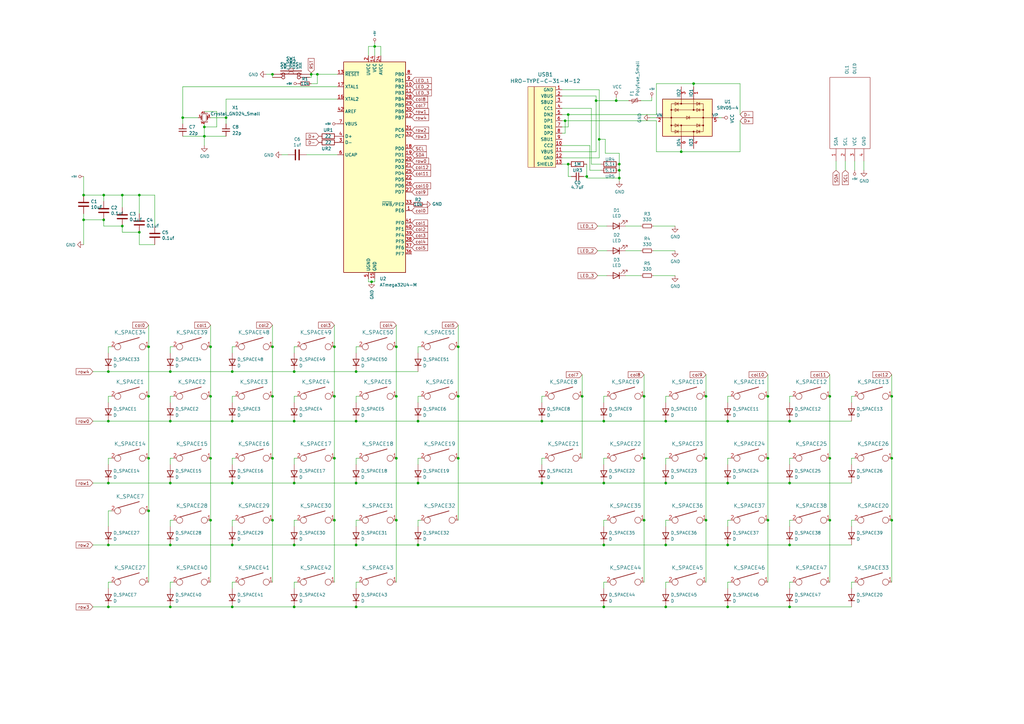
<source format=kicad_sch>
(kicad_sch (version 20211123) (generator eeschema)
  (paper "A3")
  (junction (at 86.36 213.36))
  (junction (at 231.775 49.53))
  (junction (at 146.05 248.92))
  (junction (at 162.56 187.96))
  (junction (at 244.475 41.275))
  (junction (at 137.16 162.56))
  (junction (at 34.29 80.01))
  (junction (at 60.96 142.24))
  (junction (at 254 67.31))
  (junction (at 95.25 223.52))
  (junction (at 111.76 30.48))
  (junction (at 152.4 115.57))
  (junction (at 247.65 223.52))
  (junction (at 365.76 213.36))
  (junction (at 171.45 198.12))
  (junction (at 323.85 223.52))
  (junction (at 120.65 198.12))
  (junction (at 127.635 30.48))
  (junction (at 69.85 152.4))
  (junction (at 323.85 248.92))
  (junction (at 60.96 187.96))
  (junction (at 69.85 223.52))
  (junction (at 314.96 213.36))
  (junction (at 146.05 223.52))
  (junction (at 187.96 162.56))
  (junction (at 273.05 223.52))
  (junction (at 111.76 162.56))
  (junction (at 50.165 80.01))
  (junction (at 42.545 80.01))
  (junction (at 69.85 172.72))
  (junction (at 137.16 142.24))
  (junction (at 298.45 172.72))
  (junction (at 95.25 172.72))
  (junction (at 187.96 187.96))
  (junction (at 120.65 152.4))
  (junction (at 44.45 223.52))
  (junction (at 298.45 223.52))
  (junction (at 44.45 198.12))
  (junction (at 95.25 152.4))
  (junction (at 247.65 172.72))
  (junction (at 298.45 248.92))
  (junction (at 153.67 19.05))
  (junction (at 44.45 172.72))
  (junction (at 137.16 187.96))
  (junction (at 83.82 55.88))
  (junction (at 137.16 213.36))
  (junction (at 365.76 187.96))
  (junction (at 323.85 172.72))
  (junction (at 120.65 223.52))
  (junction (at 222.25 172.72))
  (junction (at 365.76 162.56))
  (junction (at 273.05 248.92))
  (junction (at 233.045 67.31))
  (junction (at 57.15 95.25))
  (junction (at 42.545 90.17))
  (junction (at 240.665 72.39))
  (junction (at 95.25 248.92))
  (junction (at 273.05 198.12))
  (junction (at 187.96 142.24))
  (junction (at 74.93 48.26))
  (junction (at 284.48 34.29))
  (junction (at 130.175 30.48))
  (junction (at 254 73.025))
  (junction (at 340.36 187.96))
  (junction (at 111.76 142.24))
  (junction (at 57.15 80.01))
  (junction (at 298.45 198.12))
  (junction (at 279.4 62.23))
  (junction (at 120.65 172.72))
  (junction (at 289.56 213.36))
  (junction (at 146.05 152.4))
  (junction (at 171.45 223.52))
  (junction (at 86.36 187.96))
  (junction (at 254 69.85))
  (junction (at 120.65 248.92))
  (junction (at 50.165 92.71))
  (junction (at 245.745 57.15))
  (junction (at 162.56 142.24))
  (junction (at 95.25 198.12))
  (junction (at 34.29 90.17))
  (junction (at 69.85 198.12))
  (junction (at 86.36 142.24))
  (junction (at 247.65 198.12))
  (junction (at 314.96 162.56))
  (junction (at 289.56 162.56))
  (junction (at 60.96 162.56))
  (junction (at 238.76 162.56))
  (junction (at 273.05 172.72))
  (junction (at 247.65 248.92))
  (junction (at 44.45 152.4))
  (junction (at 111.76 213.36))
  (junction (at 289.56 187.96))
  (junction (at 171.45 172.72))
  (junction (at 162.56 162.56))
  (junction (at 146.05 172.72))
  (junction (at 111.76 187.96))
  (junction (at 314.96 187.96))
  (junction (at 146.05 198.12))
  (junction (at 264.16 187.96))
  (junction (at 340.36 213.36))
  (junction (at 264.16 162.56))
  (junction (at 83.82 52.07))
  (junction (at 252.73 41.275))
  (junction (at 60.96 209.55))
  (junction (at 92.71 48.26))
  (junction (at 323.85 198.12))
  (junction (at 69.85 248.92))
  (junction (at 86.36 162.56))
  (junction (at 44.45 248.92))
  (junction (at 340.36 162.56))
  (junction (at 162.56 213.36))
  (junction (at 264.16 213.36))
  (junction (at 233.045 46.99))
  (junction (at 222.25 198.12))
  (wire (pts (xy 83.82 55.88) (xy 92.71 55.88)))
  (wire (pts (xy 60.96 187.96) (xy 60.96 209.55)))
  (wire (pts (xy 289.56 187.96) (xy 289.56 162.56)))
  (wire (pts (xy 92.71 50.8) (xy 92.71 48.26)))
  (wire (pts (xy 146.05 198.12) (xy 171.45 198.12)))
  (wire (pts (xy 92.71 48.26) (xy 92.71 40.64)))
  (wire (pts (xy 269.24 34.29) (xy 269.24 46.99)))
  (wire (pts (xy 120.65 213.36) (xy 120.65 215.9)))
  (wire (pts (xy 230.505 46.99) (xy 233.045 46.99)))
  (wire (pts (xy 71.12 187.96) (xy 69.85 187.96)))
  (wire (pts (xy 95.25 198.12) (xy 120.65 198.12)))
  (wire (pts (xy 151.13 22.86) (xy 151.13 19.05)))
  (wire (pts (xy 42.545 82.55) (xy 42.545 80.01)))
  (wire (pts (xy 38.1 172.72) (xy 44.45 172.72)))
  (wire (pts (xy 120.65 152.4) (xy 146.05 152.4)))
  (wire (pts (xy 298.45 187.96) (xy 298.45 190.5)))
  (wire (pts (xy 69.85 187.96) (xy 69.85 190.5)))
  (wire (pts (xy 34.29 87.63) (xy 34.29 90.17)))
  (wire (pts (xy 83.82 50.8) (xy 83.82 52.07)))
  (wire (pts (xy 239.395 72.39) (xy 240.665 72.39)))
  (wire (pts (xy 254 69.85) (xy 254 67.31)))
  (wire (pts (xy 111.76 213.36) (xy 111.76 238.76)))
  (wire (pts (xy 314.96 153.67) (xy 314.96 162.56)))
  (wire (pts (xy 323.85 238.76) (xy 323.85 241.3)))
  (wire (pts (xy 262.89 41.275) (xy 267.335 41.275)))
  (wire (pts (xy 147.32 213.36) (xy 146.05 213.36)))
  (wire (pts (xy 120.65 162.56) (xy 120.65 165.1)))
  (wire (pts (xy 111.76 30.48) (xy 109.22 30.48)))
  (wire (pts (xy 60.96 142.24) (xy 60.96 162.56)))
  (wire (pts (xy 69.85 152.4) (xy 95.25 152.4)))
  (wire (pts (xy 171.45 142.24) (xy 171.45 144.78)))
  (wire (pts (xy 172.72 162.56) (xy 171.45 162.56)))
  (wire (pts (xy 95.25 142.24) (xy 95.25 144.78)))
  (wire (pts (xy 267.335 41.275) (xy 267.335 40.005)))
  (wire (pts (xy 71.12 162.56) (xy 69.85 162.56)))
  (wire (pts (xy 241.935 69.85) (xy 241.935 59.69)))
  (wire (pts (xy 63.5 100.33) (xy 57.15 100.33)))
  (wire (pts (xy 121.92 162.56) (xy 120.65 162.56)))
  (wire (pts (xy 121.92 238.76) (xy 120.65 238.76)))
  (wire (pts (xy 274.32 213.36) (xy 273.05 213.36)))
  (wire (pts (xy 44.45 223.52) (xy 69.85 223.52)))
  (wire (pts (xy 45.72 209.55) (xy 44.45 209.55)))
  (wire (pts (xy 171.45 213.36) (xy 171.45 215.9)))
  (wire (pts (xy 137.16 213.36) (xy 137.16 187.96)))
  (wire (pts (xy 230.505 39.37) (xy 244.475 39.37)))
  (wire (pts (xy 264.16 187.96) (xy 264.16 213.36)))
  (wire (pts (xy 244.475 41.275) (xy 244.475 62.23)))
  (wire (pts (xy 233.045 52.07) (xy 233.045 46.99)))
  (wire (pts (xy 187.96 213.36) (xy 187.96 187.96)))
  (wire (pts (xy 299.72 213.36) (xy 298.45 213.36)))
  (wire (pts (xy 248.92 238.76) (xy 247.65 238.76)))
  (wire (pts (xy 83.82 45.72) (xy 88.9 45.72)))
  (wire (pts (xy 96.52 213.36) (xy 95.25 213.36)))
  (wire (pts (xy 273.05 162.56) (xy 273.05 165.1)))
  (wire (pts (xy 187.96 142.24) (xy 187.96 162.56)))
  (wire (pts (xy 127.635 30.48) (xy 127 30.48)))
  (wire (pts (xy 222.25 162.56) (xy 222.25 165.1)))
  (wire (pts (xy 120.65 238.76) (xy 120.65 241.3)))
  (wire (pts (xy 57.15 87.63) (xy 57.15 80.01)))
  (wire (pts (xy 44.45 142.24) (xy 44.45 144.78)))
  (wire (pts (xy 240.665 72.39) (xy 240.665 67.31)))
  (wire (pts (xy 298.45 162.56) (xy 298.45 165.1)))
  (wire (pts (xy 38.1 198.12) (xy 44.45 198.12)))
  (wire (pts (xy 95.25 238.76) (xy 95.25 241.3)))
  (wire (pts (xy 153.67 19.05) (xy 153.67 22.86)))
  (wire (pts (xy 274.32 187.96) (xy 273.05 187.96)))
  (wire (pts (xy 111.76 187.96) (xy 111.76 162.56)))
  (wire (pts (xy 323.85 162.56) (xy 323.85 165.1)))
  (wire (pts (xy 244.475 39.37) (xy 244.475 41.275)))
  (wire (pts (xy 245.745 57.15) (xy 245.745 36.83)))
  (wire (pts (xy 233.045 67.31) (xy 233.045 72.39)))
  (wire (pts (xy 248.285 57.15) (xy 248.285 62.865)))
  (wire (pts (xy 349.25 162.56) (xy 349.25 165.1)))
  (wire (pts (xy 222.25 187.96) (xy 222.25 190.5)))
  (wire (pts (xy 83.82 52.07) (xy 83.82 55.88)))
  (wire (pts (xy 346.71 69.85) (xy 346.71 66.04)))
  (wire (pts (xy 151.13 114.3) (xy 151.13 115.57)))
  (wire (pts (xy 273.05 172.72) (xy 298.45 172.72)))
  (wire (pts (xy 127 31.75) (xy 127.635 31.75)))
  (wire (pts (xy 137.16 213.36) (xy 137.16 238.76)))
  (wire (pts (xy 323.85 223.52) (xy 349.25 223.52)))
  (wire (pts (xy 273.05 198.12) (xy 298.45 198.12)))
  (wire (pts (xy 151.13 115.57) (xy 152.4 115.57)))
  (wire (pts (xy 74.93 35.56) (xy 74.93 48.26)))
  (wire (pts (xy 365.76 213.36) (xy 365.76 238.76)))
  (wire (pts (xy 130.175 34.29) (xy 127.635 34.29)))
  (wire (pts (xy 69.85 238.76) (xy 69.85 241.3)))
  (wire (pts (xy 45.72 142.24) (xy 44.45 142.24)))
  (wire (pts (xy 299.72 187.96) (xy 298.45 187.96)))
  (wire (pts (xy 246.38 69.85) (xy 241.935 69.85)))
  (wire (pts (xy 146.05 248.92) (xy 247.65 248.92)))
  (wire (pts (xy 223.52 162.56) (xy 222.25 162.56)))
  (wire (pts (xy 222.25 198.12) (xy 247.65 198.12)))
  (wire (pts (xy 350.52 238.76) (xy 349.25 238.76)))
  (wire (pts (xy 350.52 213.36) (xy 349.25 213.36)))
  (wire (pts (xy 86.36 213.36) (xy 86.36 187.96)))
  (wire (pts (xy 284.48 34.29) (xy 303.53 34.29)))
  (wire (pts (xy 121.92 213.36) (xy 120.65 213.36)))
  (wire (pts (xy 60.96 133.35) (xy 60.96 142.24)))
  (wire (pts (xy 247.65 198.12) (xy 273.05 198.12)))
  (wire (pts (xy 34.29 90.17) (xy 34.29 100.33)))
  (wire (pts (xy 325.12 162.56) (xy 323.85 162.56)))
  (wire (pts (xy 95.25 152.4) (xy 120.65 152.4)))
  (wire (pts (xy 111.76 213.36) (xy 111.76 187.96)))
  (wire (pts (xy 171.45 187.96) (xy 171.45 190.5)))
  (wire (pts (xy 86.36 142.24) (xy 86.36 162.56)))
  (wire (pts (xy 314.96 213.36) (xy 314.96 238.76)))
  (wire (pts (xy 279.4 60.96) (xy 279.4 62.23)))
  (wire (pts (xy 233.045 72.39) (xy 234.315 72.39)))
  (wire (pts (xy 127.635 31.75) (xy 127.635 30.48)))
  (wire (pts (xy 147.32 238.76) (xy 146.05 238.76)))
  (wire (pts (xy 146.05 213.36) (xy 146.05 215.9)))
  (wire (pts (xy 273.05 187.96) (xy 273.05 190.5)))
  (wire (pts (xy 241.935 59.69) (xy 230.505 59.69)))
  (wire (pts (xy 354.33 69.85) (xy 354.33 66.04)))
  (wire (pts (xy 222.25 172.72) (xy 247.65 172.72)))
  (wire (pts (xy 340.36 213.36) (xy 340.36 238.76)))
  (wire (pts (xy 44.45 187.96) (xy 44.45 190.5)))
  (wire (pts (xy 69.85 172.72) (xy 95.25 172.72)))
  (wire (pts (xy 240.665 73.025) (xy 254 73.025)))
  (wire (pts (xy 38.1 223.52) (xy 44.45 223.52)))
  (wire (pts (xy 242.57 44.45) (xy 230.505 44.45)))
  (wire (pts (xy 231.775 49.53) (xy 269.24 49.53)))
  (wire (pts (xy 256.54 102.87) (xy 262.89 102.87)))
  (wire (pts (xy 146.05 238.76) (xy 146.05 241.3)))
  (wire (pts (xy 127.635 29.845) (xy 127.635 30.48)))
  (wire (pts (xy 252.73 40.005) (xy 252.73 41.275)))
  (wire (pts (xy 96.52 142.24) (xy 95.25 142.24)))
  (wire (pts (xy 95.25 172.72) (xy 120.65 172.72)))
  (wire (pts (xy 264.16 187.96) (xy 264.16 162.56)))
  (wire (pts (xy 350.52 69.85) (xy 350.52 66.04)))
  (wire (pts (xy 86.36 48.26) (xy 92.71 48.26)))
  (wire (pts (xy 74.93 50.8) (xy 74.93 48.26)))
  (wire (pts (xy 130.175 30.48) (xy 130.175 34.29)))
  (wire (pts (xy 69.85 198.12) (xy 95.25 198.12)))
  (wire (pts (xy 264.16 213.36) (xy 264.16 238.76)))
  (wire (pts (xy 96.52 187.96) (xy 95.25 187.96)))
  (wire (pts (xy 172.72 142.24) (xy 171.45 142.24)))
  (wire (pts (xy 69.85 213.36) (xy 69.85 215.9)))
  (wire (pts (xy 71.12 238.76) (xy 69.85 238.76)))
  (wire (pts (xy 138.43 35.56) (xy 74.93 35.56)))
  (wire (pts (xy 223.52 187.96) (xy 222.25 187.96)))
  (wire (pts (xy 233.045 46.99) (xy 269.24 46.99)))
  (wire (pts (xy 323.85 213.36) (xy 323.85 215.9)))
  (wire (pts (xy 244.475 62.23) (xy 230.505 62.23)))
  (wire (pts (xy 248.285 57.15) (xy 245.745 57.15)))
  (wire (pts (xy 147.32 187.96) (xy 146.05 187.96)))
  (wire (pts (xy 245.11 102.87) (xy 248.92 102.87)))
  (wire (pts (xy 248.285 62.865) (xy 254 62.865)))
  (wire (pts (xy 69.85 142.24) (xy 69.85 144.78)))
  (wire (pts (xy 146.05 142.24) (xy 146.05 144.78)))
  (wire (pts (xy 325.12 238.76) (xy 323.85 238.76)))
  (wire (pts (xy 146.05 162.56) (xy 146.05 165.1)))
  (wire (pts (xy 350.52 187.96) (xy 349.25 187.96)))
  (wire (pts (xy 247.65 238.76) (xy 247.65 241.3)))
  (wire (pts (xy 289.56 213.36) (xy 289.56 187.96)))
  (wire (pts (xy 349.25 213.36) (xy 349.25 215.9)))
  (wire (pts (xy 248.92 162.56) (xy 247.65 162.56)))
  (wire (pts (xy 69.85 162.56) (xy 69.85 165.1)))
  (wire (pts (xy 269.24 49.53) (xy 269.24 62.23)))
  (wire (pts (xy 289.56 153.67) (xy 289.56 162.56)))
  (wire (pts (xy 137.16 142.24) (xy 137.16 162.56)))
  (wire (pts (xy 294.64 48.26) (xy 295.91 48.26)))
  (wire (pts (xy 156.21 19.05) (xy 153.67 19.05)))
  (wire (pts (xy 230.505 67.31) (xy 233.045 67.31)))
  (wire (pts (xy 274.32 162.56) (xy 273.05 162.56)))
  (wire (pts (xy 86.36 213.36) (xy 86.36 238.76)))
  (wire (pts (xy 303.53 34.29) (xy 303.53 46.99)))
  (wire (pts (xy 44.45 162.56) (xy 44.45 165.1)))
  (wire (pts (xy 115.57 63.5) (xy 118.11 63.5)))
  (wire (pts (xy 267.97 113.03) (xy 276.86 113.03)))
  (wire (pts (xy 44.45 198.12) (xy 69.85 198.12)))
  (wire (pts (xy 63.5 92.71) (xy 63.5 80.01)))
  (wire (pts (xy 245.745 64.77) (xy 230.505 64.77)))
  (wire (pts (xy 86.36 187.96) (xy 86.36 162.56)))
  (wire (pts (xy 247.65 172.72) (xy 273.05 172.72)))
  (wire (pts (xy 147.32 142.24) (xy 146.05 142.24)))
  (wire (pts (xy 45.72 238.76) (xy 44.45 238.76)))
  (wire (pts (xy 279.4 62.23) (xy 303.53 62.23)))
  (wire (pts (xy 111.76 30.48) (xy 111.76 31.75)))
  (wire (pts (xy 120.65 223.52) (xy 146.05 223.52)))
  (wire (pts (xy 74.93 48.26) (xy 81.28 48.26)))
  (wire (pts (xy 71.12 213.36) (xy 69.85 213.36)))
  (wire (pts (xy 147.32 162.56) (xy 146.05 162.56)))
  (wire (pts (xy 238.76 187.96) (xy 238.76 162.56)))
  (wire (pts (xy 121.92 142.24) (xy 120.65 142.24)))
  (wire (pts (xy 127.635 30.48) (xy 130.175 30.48)))
  (wire (pts (xy 121.92 187.96) (xy 120.65 187.96)))
  (wire (pts (xy 240.665 72.39) (xy 240.665 73.025)))
  (wire (pts (xy 246.38 67.31) (xy 242.57 67.31)))
  (wire (pts (xy 44.45 172.72) (xy 69.85 172.72)))
  (wire (pts (xy 298.45 238.76) (xy 298.45 241.3)))
  (wire (pts (xy 96.52 238.76) (xy 95.25 238.76)))
  (wire (pts (xy 247.65 213.36) (xy 247.65 215.9)))
  (wire (pts (xy 365.76 153.67) (xy 365.76 162.56)))
  (wire (pts (xy 57.15 95.25) (xy 50.165 95.25)))
  (wire (pts (xy 299.72 162.56) (xy 298.45 162.56)))
  (wire (pts (xy 244.475 41.275) (xy 252.73 41.275)))
  (wire (pts (xy 95.25 248.92) (xy 120.65 248.92)))
  (wire (pts (xy 57.15 80.01) (xy 63.5 80.01)))
  (wire (pts (xy 252.73 41.275) (xy 257.81 41.275)))
  (wire (pts (xy 256.54 92.71) (xy 262.89 92.71)))
  (wire (pts (xy 298.45 198.12) (xy 323.85 198.12)))
  (wire (pts (xy 289.56 213.36) (xy 289.56 238.76)))
  (wire (pts (xy 146.05 187.96) (xy 146.05 190.5)))
  (wire (pts (xy 230.505 36.83) (xy 245.745 36.83)))
  (wire (pts (xy 323.85 187.96) (xy 323.85 190.5)))
  (wire (pts (xy 266.7 48.26) (xy 269.24 48.26)))
  (wire (pts (xy 349.25 187.96) (xy 349.25 190.5)))
  (wire (pts (xy 146.05 223.52) (xy 171.45 223.52)))
  (wire (pts (xy 153.67 115.57) (xy 152.4 115.57)))
  (wire (pts (xy 146.05 172.72) (xy 171.45 172.72)))
  (wire (pts (xy 299.72 238.76) (xy 298.45 238.76)))
  (wire (pts (xy 153.67 17.78) (xy 153.67 19.05)))
  (wire (pts (xy 273.05 223.52) (xy 298.45 223.52)))
  (wire (pts (xy 50.165 95.25) (xy 50.165 92.71)))
  (wire (pts (xy 45.72 162.56) (xy 44.45 162.56)))
  (wire (pts (xy 273.05 248.92) (xy 298.45 248.92)))
  (wire (pts (xy 95.25 223.52) (xy 120.65 223.52)))
  (wire (pts (xy 125.73 63.5) (xy 138.43 63.5)))
  (wire (pts (xy 273.05 238.76) (xy 273.05 241.3)))
  (wire (pts (xy 230.505 49.53) (xy 231.775 49.53)))
  (wire (pts (xy 323.85 198.12) (xy 349.25 198.12)))
  (wire (pts (xy 247.65 187.96) (xy 247.65 190.5)))
  (wire (pts (xy 314.96 213.36) (xy 314.96 187.96)))
  (wire (pts (xy 44.45 209.55) (xy 44.45 215.9)))
  (wire (pts (xy 273.05 213.36) (xy 273.05 215.9)))
  (wire (pts (xy 156.21 22.86) (xy 156.21 19.05)))
  (wire (pts (xy 298.45 172.72) (xy 323.85 172.72)))
  (wire (pts (xy 120.65 142.24) (xy 120.65 144.78)))
  (wire (pts (xy 254 73.025) (xy 254 74.295)))
  (wire (pts (xy 365.76 213.36) (xy 365.76 187.96)))
  (wire (pts (xy 187.96 133.35) (xy 187.96 142.24)))
  (wire (pts (xy 151.13 19.05) (xy 153.67 19.05)))
  (wire (pts (xy 69.85 223.52) (xy 95.25 223.52)))
  (wire (pts (xy 44.45 248.92) (xy 69.85 248.92)))
  (wire (pts (xy 153.67 114.3) (xy 153.67 115.57)))
  (wire (pts (xy 96.52 162.56) (xy 95.25 162.56)))
  (wire (pts (xy 162.56 187.96) (xy 162.56 162.56)))
  (wire (pts (xy 342.9 69.85) (xy 342.9 66.04)))
  (wire (pts (xy 254 62.865) (xy 254 67.31)))
  (wire (pts (xy 247.65 248.92) (xy 273.05 248.92)))
  (wire (pts (xy 92.71 40.64) (xy 138.43 40.64)))
  (wire (pts (xy 86.36 133.35) (xy 86.36 142.24)))
  (wire (pts (xy 267.97 92.71) (xy 276.86 92.71)))
  (wire (pts (xy 111.76 133.35) (xy 111.76 142.24)))
  (wire (pts (xy 323.85 248.92) (xy 349.25 248.92)))
  (wire (pts (xy 137.16 133.35) (xy 137.16 142.24)))
  (wire (pts (xy 45.72 187.96) (xy 44.45 187.96)))
  (wire (pts (xy 60.96 187.96) (xy 60.96 162.56)))
  (wire (pts (xy 34.29 80.01) (xy 34.29 72.39)))
  (wire (pts (xy 298.45 213.36) (xy 298.45 215.9)))
  (wire (pts (xy 267.97 102.87) (xy 276.86 102.87)))
  (wire (pts (xy 172.72 213.36) (xy 171.45 213.36)))
  (wire (pts (xy 187.96 187.96) (xy 187.96 162.56)))
  (wire (pts (xy 44.45 238.76) (xy 44.45 241.3)))
  (wire (pts (xy 60.96 209.55) (xy 60.96 238.76)))
  (wire (pts (xy 245.11 113.03) (xy 248.92 113.03)))
  (wire (pts (xy 314.96 187.96) (xy 314.96 162.56)))
  (wire (pts (xy 171.45 223.52) (xy 247.65 223.52)))
  (wire (pts (xy 269.24 34.29) (xy 284.48 34.29)))
  (wire (pts (xy 256.54 113.03) (xy 262.89 113.03)))
  (wire (pts (xy 137.16 187.96) (xy 137.16 162.56)))
  (wire (pts (xy 230.505 54.61) (xy 231.775 54.61)))
  (wire (pts (xy 248.92 187.96) (xy 247.65 187.96)))
  (wire (pts (xy 245.745 64.77) (xy 245.745 57.15)))
  (wire (pts (xy 50.165 85.09) (xy 50.165 80.01)))
  (wire (pts (xy 245.11 92.71) (xy 248.92 92.71)))
  (wire (pts (xy 340.36 187.96) (xy 340.36 162.56)))
  (wire (pts (xy 274.32 238.76) (xy 273.05 238.76)))
  (wire (pts (xy 162.56 213.36) (xy 162.56 238.76)))
  (wire (pts (xy 323.85 172.72) (xy 349.25 172.72)))
  (wire (pts (xy 231.775 54.61) (xy 231.775 49.53)))
  (wire (pts (xy 350.52 162.56) (xy 349.25 162.56)))
  (wire (pts (xy 248.92 213.36) (xy 247.65 213.36)))
  (wire (pts (xy 74.93 55.88) (xy 83.82 55.88)))
  (wire (pts (xy 95.25 213.36) (xy 95.25 215.9)))
  (wire (pts (xy 171.45 172.72) (xy 222.25 172.72)))
  (wire (pts (xy 83.82 55.88) (xy 83.82 59.69)))
  (wire (pts (xy 44.45 152.4) (xy 69.85 152.4)))
  (wire (pts (xy 38.1 248.92) (xy 44.45 248.92)))
  (wire (pts (xy 111.76 142.24) (xy 111.76 162.56)))
  (wire (pts (xy 95.25 187.96) (xy 95.25 190.5)))
  (wire (pts (xy 42.545 92.71) (xy 50.165 92.71)))
  (wire (pts (xy 264.16 153.67) (xy 264.16 162.56)))
  (wire (pts (xy 303.53 49.53) (xy 303.53 62.23)))
  (wire (pts (xy 349.25 238.76) (xy 349.25 241.3)))
  (wire (pts (xy 340.36 153.67) (xy 340.36 162.56)))
  (wire (pts (xy 146.05 152.4) (xy 171.45 152.4)))
  (wire (pts (xy 88.9 52.07) (xy 83.82 52.07)))
  (wire (pts (xy 38.1 152.4) (xy 44.45 152.4)))
  (wire (pts (xy 247.65 162.56) (xy 247.65 165.1)))
  (wire (pts (xy 50.165 80.01) (xy 57.15 80.01)))
  (wire (pts (xy 269.24 62.23) (xy 279.4 62.23)))
  (wire (pts (xy 120.65 198.12) (xy 146.05 198.12)))
  (wire (pts (xy 69.85 248.92) (xy 95.25 248.92)))
  (wire (pts (xy 298.45 223.52) (xy 323.85 223.52)))
  (wire (pts (xy 230.505 52.07) (xy 233.045 52.07)))
  (wire (pts (xy 42.545 80.01) (xy 50.165 80.01)))
  (wire (pts (xy 254 69.85) (xy 254 73.025)))
  (wire (pts (xy 340.36 213.36) (xy 340.36 187.96)))
  (wire (pts (xy 120.65 187.96) (xy 120.65 190.5)))
  (wire (pts (xy 120.65 172.72) (xy 146.05 172.72)))
  (wire (pts (xy 120.65 248.92) (xy 146.05 248.92)))
  (wire (pts (xy 238.76 153.67) (xy 238.76 162.56)))
  (wire (pts (xy 57.15 100.33) (xy 57.15 95.25)))
  (wire (pts (xy 325.12 213.36) (xy 323.85 213.36)))
  (wire (pts (xy 71.12 142.24) (xy 69.85 142.24)))
  (wire (pts (xy 88.9 45.72) (xy 88.9 52.07)))
  (wire (pts (xy 162.56 133.35) (xy 162.56 142.24)))
  (wire (pts (xy 95.25 162.56) (xy 95.25 165.1)))
  (wire (pts (xy 247.65 223.52) (xy 273.05 223.52)))
  (wire (pts (xy 42.545 90.17) (xy 42.545 92.71)))
  (wire (pts (xy 34.29 80.01) (xy 42.545 80.01)))
  (wire (pts (xy 171.45 198.12) (xy 222.25 198.12)))
  (wire (pts (xy 284.48 34.29) (xy 284.48 35.56)))
  (wire (pts (xy 298.45 248.92) (xy 323.85 248.92)))
  (wire (pts (xy 130.175 30.48) (xy 138.43 30.48)))
  (wire (pts (xy 171.45 162.56) (xy 171.45 165.1)))
  (wire (pts (xy 172.72 187.96) (xy 171.45 187.96)))
  (wire (pts (xy 162.56 213.36) (xy 162.56 187.96)))
  (wire (pts (xy 365.76 187.96) (xy 365.76 162.56)))
  (wire (pts (xy 242.57 67.31) (xy 242.57 44.45)))
  (wire (pts (xy 162.56 142.24) (xy 162.56 162.56)))
  (wire (pts (xy 325.12 187.96) (xy 323.85 187.96)))
  (wire (pts (xy 34.29 90.17) (xy 42.545 90.17)))
  (global_label "row0" (shape input) (at 38.1 172.72 180) (property "Intersheet References" "${INTERSHEET_REFS}" (effects hide)))
  (global_label "row2" (shape input) (at 168.91 53.34 0) (property "Intersheet References" "${INTERSHEET_REFS}" (effects hide)))
  (global_label "col5" (shape input) (at 168.91 101.6 0) (property "Intersheet References" "${INTERSHEET_REFS}" (effects hide)))
  (global_label "col0" (shape input) (at 168.91 86.36 0) (property "Intersheet References" "${INTERSHEET_REFS}" (effects hide)))
  (global_label "SCL" (shape input) (at 168.91 60.96 0) (property "Intersheet References" "${INTERSHEET_REFS}" (effects hide)))
  (global_label "col11" (shape input) (at 168.91 71.12 0) (property "Intersheet References" "${INTERSHEET_REFS}" (effects hide)))
  (global_label "SDA" (shape input) (at 342.9 69.85 270) (property "Intersheet References" "${INTERSHEET_REFS}" (effects hide)))
  (global_label "col9" (shape input) (at 168.91 78.74 0) (property "Intersheet References" "${INTERSHEET_REFS}" (effects hide)))
  (global_label "col1" (shape input) (at 86.36 133.35 180) (property "Intersheet References" "${INTERSHEET_REFS}" (effects hide)))
  (global_label "SDA" (shape input) (at 168.91 63.5 0) (property "Intersheet References" "${INTERSHEET_REFS}" (effects hide)))
  (global_label "col12" (shape input) (at 168.91 68.58 0) (property "Intersheet References" "${INTERSHEET_REFS}" (effects hide)))
  (global_label "col4" (shape input) (at 162.56 133.35 180) (property "Intersheet References" "${INTERSHEET_REFS}" (effects hide)))
  (global_label "col9" (shape input) (at 289.56 153.67 180) (property "Intersheet References" "${INTERSHEET_REFS}" (effects hide)))
  (global_label "col4" (shape input) (at 168.91 99.06 0) (property "Intersheet References" "${INTERSHEET_REFS}" (effects hide)))
  (global_label "col11" (shape input) (at 340.36 153.67 180) (property "Intersheet References" "${INTERSHEET_REFS}" (effects hide)))
  (global_label "col12" (shape input) (at 365.76 153.67 180) (property "Intersheet References" "${INTERSHEET_REFS}" (effects hide)))
  (global_label "col7" (shape input) (at 168.91 43.18 0) (property "Intersheet References" "${INTERSHEET_REFS}" (effects hide)))
  (global_label "col8" (shape input) (at 264.16 153.67 180) (property "Intersheet References" "${INTERSHEET_REFS}" (effects hide)))
  (global_label "col8" (shape input) (at 168.91 40.64 0) (property "Intersheet References" "${INTERSHEET_REFS}" (effects hide)))
  (global_label "row4" (shape input) (at 168.91 48.26 0) (property "Intersheet References" "${INTERSHEET_REFS}" (effects hide)))
  (global_label "D+" (shape input) (at 303.53 49.53 0) (property "Intersheet References" "${INTERSHEET_REFS}" (effects hide)))
  (global_label "LED_1" (shape input) (at 245.11 92.71 180) (property "Intersheet References" "${INTERSHEET_REFS}" (effects hide)))
  (global_label "col5" (shape input) (at 187.96 133.35 180) (property "Intersheet References" "${INTERSHEET_REFS}" (effects hide)))
  (global_label "D-" (shape input) (at 303.53 46.99 0) (property "Intersheet References" "${INTERSHEET_REFS}" (effects hide)))
  (global_label "row4" (shape input) (at 38.1 152.4 180) (property "Intersheet References" "${INTERSHEET_REFS}" (effects hide)))
  (global_label "LED_1" (shape input) (at 168.91 33.02 0) (property "Intersheet References" "${INTERSHEET_REFS}" (effects hide)))
  (global_label "row2" (shape input) (at 38.1 223.52 180) (property "Intersheet References" "${INTERSHEET_REFS}" (effects hide)))
  (global_label "col10" (shape input) (at 314.96 153.67 180) (property "Intersheet References" "${INTERSHEET_REFS}" (effects hide)))
  (global_label "D-" (shape input) (at 130.81 58.42 180) (property "Intersheet References" "${INTERSHEET_REFS}" (effects hide)))
  (global_label "row1" (shape input) (at 38.1 198.12 180) (property "Intersheet References" "${INTERSHEET_REFS}" (effects hide)))
  (global_label "row1" (shape input) (at 168.91 45.72 0) (property "Intersheet References" "${INTERSHEET_REFS}" (effects hide)))
  (global_label "col1" (shape input) (at 168.91 91.44 0) (property "Intersheet References" "${INTERSHEET_REFS}" (effects hide)))
  (global_label "col3" (shape input) (at 168.91 96.52 0) (property "Intersheet References" "${INTERSHEET_REFS}" (effects hide)))
  (global_label "D+" (shape input) (at 130.81 55.88 180) (property "Intersheet References" "${INTERSHEET_REFS}" (effects hide)))
  (global_label "row3" (shape input) (at 168.91 55.88 0) (property "Intersheet References" "${INTERSHEET_REFS}" (effects hide)))
  (global_label "col10" (shape input) (at 168.91 76.2 0) (property "Intersheet References" "${INTERSHEET_REFS}" (effects hide)))
  (global_label "col2" (shape input) (at 111.76 133.35 180) (property "Intersheet References" "${INTERSHEET_REFS}" (effects hide)))
  (global_label "col7" (shape input) (at 238.76 153.67 180) (property "Intersheet References" "${INTERSHEET_REFS}" (effects hide)))
  (global_label "LED_3" (shape input) (at 168.91 38.1 0) (property "Intersheet References" "${INTERSHEET_REFS}" (effects hide)))
  (global_label "row3" (shape input) (at 38.1 248.92 180) (property "Intersheet References" "${INTERSHEET_REFS}" (effects hide)))
  (global_label "col0" (shape input) (at 60.96 133.35 180) (property "Intersheet References" "${INTERSHEET_REFS}" (effects hide)))
  (global_label "SCL" (shape input) (at 346.71 69.85 270) (property "Intersheet References" "${INTERSHEET_REFS}" (effects hide)))
  (global_label "LED_2" (shape input) (at 168.91 35.56 0) (property "Intersheet References" "${INTERSHEET_REFS}" (effects hide)))
  (global_label "col2" (shape input) (at 168.91 93.98 0) (property "Intersheet References" "${INTERSHEET_REFS}" (effects hide)))
  (global_label "row0" (shape input) (at 168.91 66.04 0) (property "Intersheet References" "${INTERSHEET_REFS}" (effects hide)))
  (global_label "LED_3" (shape input) (at 245.11 113.03 180) (property "Intersheet References" "${INTERSHEET_REFS}" (effects hide)))
  (global_label "RST" (shape input) (at 127.635 29.845 90) (property "Intersheet References" "${INTERSHEET_REFS}" (effects hide)))
  (global_label "col3" (shape input) (at 137.16 133.35 180) (property "Intersheet References" "${INTERSHEET_REFS}" (effects hide)))
  (global_label "LED_2" (shape input) (at 245.11 102.87 180) (property "Intersheet References" "${INTERSHEET_REFS}" (effects hide)))
  (symbol (lib_id "power:GND") (at 109.22 30.48 270) (unit 1)
    (property "Reference" "#PWR0109" (effects hide))
    (property "Value" "GND" (at 105.9688 30.607 90) (effects (justify right)))
  )
  (symbol (lib_id "keyboard_parts:KEYSW") (at 256.54 162.56 0) (unit 1)
    (property "Reference" "K_SPACE9" (at 256.54 156.6418 0) (effects (font (size 1.524 1.524))))
    (property "Value" "KEYSW" (effects hide))
    (property "Footprint" "MX_Only:MXOnly-1U-NoLED" (effects hide))
  )
  (symbol (lib_id "Device:D") (at 95.25 168.91 90) (unit 1)
    (property "Reference" "D_SPACE3" (at 97.2566 167.7416 90) (effects (justify right)))
    (property "Value" "D" (at 97.2566 170.307 90) (effects (justify right)))
    (property "Footprint" "Diode_SMD:D_SOD-123" (effects hide))
  )
  (symbol (lib_id "Device:D") (at 247.65 245.11 90) (unit 1)
    (property "Reference" "D_SPACE44" (at 249.6566 243.9416 90) (effects (justify right)))
    (property "Value" "D" (at 249.6566 246.507 90) (effects (justify right)))
    (property "Footprint" "Diode_SMD:D_SOD-123" (effects hide))
  )
  (symbol (lib_id "device:C_Small") (at 236.855 72.39 270) (unit 1)
    (property "Reference" "C0" (at 236.855 74.93 90))
    (property "Value" "4.7uF" (at 236.855 76.835 90))
    (property "Footprint" "Capacitor_SMD:C_0805_2012Metric_Pad1.18x1.45mm_HandSolder" (effects hide))
  )
  (symbol (lib_id "power:GND") (at 266.7 48.26 270) (unit 1)
    (property "Reference" "#PWR0118" (effects hide))
    (property "Value" "GND" (at 262.3058 48.387 0))
  )
  (symbol (lib_id "keyboard_parts:KEYSW") (at 231.14 162.56 0) (unit 1)
    (property "Reference" "K_SPACE8" (at 231.14 156.6418 0) (effects (font (size 1.524 1.524))))
    (property "Value" "KEYSW" (effects hide))
    (property "Footprint" "MX_Only:MXOnly-1U-NoLED" (effects hide))
  )
  (symbol (lib_id "kbd:OLED") (at 349.25 46.99 90) (unit 1)
    (property "Reference" "OL1" (at 347.345 30.48 0) (effects (font (size 1.2954 1.2954)) (justify left)))
    (property "Value" "OLED" (at 350.52 30.48 0) (effects (font (size 1.1938 1.1938)) (justify left)))
    (property "Footprint" "kbd:OLED_v2" (effects hide))
  )
  (symbol (lib_id "keyboard_parts:KEYSW") (at 307.34 162.56 0) (unit 1)
    (property "Reference" "K_SPACE11" (at 307.34 156.6418 0) (effects (font (size 1.524 1.524))))
    (property "Value" "KEYSW" (effects hide))
    (property "Footprint" "MX_Only:MXOnly-1U-NoLED" (effects hide))
  )
  (symbol (lib_id "keyboard_parts:KEYSW") (at 154.94 187.96 0) (unit 1)
    (property "Reference" "K_SPACE18" (at 154.94 182.0418 0) (effects (font (size 1.524 1.524))))
    (property "Value" "KEYSW" (effects hide))
    (property "Footprint" "MX_Only:MXOnly-1U-NoLED" (effects hide))
  )
  (symbol (lib_id "keyboard_parts:+5V") (at 153.67 17.78 0) (unit 1)
    (property "Reference" "#PWR0120" (effects hide))
    (property "Value" "+5V" (at 153.67 15.0368 90) (effects (font (size 0.762 0.762)) (justify left)))
  )
  (symbol (lib_id "keyboard_parts:KEYSW") (at 307.34 187.96 0) (unit 1)
    (property "Reference" "K_SPACE24" (at 307.34 182.0418 0) (effects (font (size 1.524 1.524))))
    (property "Value" "KEYSW" (effects hide))
    (property "Footprint" "MX_Only:MXOnly-1U-NoLED" (effects hide))
  )
  (symbol (lib_id "V4N4G0RTH0N-rescue:R_Small-Device") (at 265.43 102.87 270) (unit 1)
    (property "Reference" "R4" (at 265.43 97.8916 90))
    (property "Value" "330" (at 265.43 100.203 90))
    (property "Footprint" "Resistor_SMD:R_0805_2012Metric" (effects hide))
  )
  (symbol (lib_id "MCU_Microchip_ATmega:ATmega32U4-M") (at 153.67 68.58 0) (unit 1)
    (property "Reference" "U2" (at 155.6894 114.3 0) (effects (justify left)))
    (property "Value" "ATmega32U4-M" (at 155.6894 116.84 0) (effects (justify left)))
    (property "Footprint" "Package_DFN_QFN:QFN-44-1EP_7x7mm_P0.5mm_EP5.2x5.2mm_ThermalVias" (effects hide))
    (property "Datasheet" "http://ww1.microchip.com/downloads/en/DeviceDoc/Atmel-7766-8-bit-AVR-ATmega16U4-32U4_Datasheet.pdf" (effects hide))
  )
  (symbol (lib_id "keyboard_parts:SW_PUSH") (at 119.38 31.75 0) (unit 1)
    (property "Reference" "SW2" (at 119.38 25.273 0))
    (property "Value" "SW_PUSH" (at 119.38 27.5844 0))
    (property "Footprint" "Button_Switch_SMD:SW_SPST_SKQG_WithoutStem" (effects hide))
  )
  (symbol (lib_id "power:GND") (at 254 74.295 0) (unit 1)
    (property "Reference" "#PWR0103" (effects hide))
    (property "Value" "GND" (at 254.127 78.6892 0))
  )
  (symbol (lib_id "device:C") (at 57.15 91.44 0) (unit 1)
    (property "Reference" "C4" (at 60.071 90.2716 0) (effects (justify left)))
    (property "Value" "0.1uf" (at 60.071 92.583 0) (effects (justify left)))
    (property "Footprint" "Capacitor_SMD:C_0805_2012Metric_Pad1.18x1.45mm_HandSolder" (effects hide))
  )
  (symbol (lib_id "Device:D") (at 298.45 168.91 90) (unit 1)
    (property "Reference" "D_SPACE11" (at 300.4566 167.7416 90) (effects (justify right)))
    (property "Value" "D" (at 300.4566 170.307 90) (effects (justify right)))
    (property "Footprint" "Diode_SMD:D_SOD-123" (effects hide))
  )
  (symbol (lib_id "Device:Crystal_GND24_Small") (at 83.82 48.26 0) (unit 1)
    (property "Reference" "X1" (at 96.52 44.1198 0))
    (property "Value" "Crystal_GND24_Small" (at 96.52 46.6598 0))
    (property "Footprint" "Crystal:Crystal_SMD_3225-4Pin_3.2x2.5mm_HandSoldering" (effects hide))
  )
  (symbol (lib_id "keyboard_parts:KEYSW") (at 104.14 142.24 0) (unit 1)
    (property "Reference" "K_SPACE48" (at 104.14 136.3218 0) (effects (font (size 1.524 1.524))))
    (property "Value" "KEYSW" (effects hide))
    (property "Footprint" "MX_Only:MXOnly-1U-NoLED" (effects hide))
  )
  (symbol (lib_id "keyboard_parts:KEYSW") (at 180.34 187.96 0) (unit 1)
    (property "Reference" "K_SPACE19" (at 180.34 182.0418 0) (effects (font (size 1.524 1.524))))
    (property "Value" "KEYSW" (effects hide))
    (property "Footprint" "MX_Only:MXOnly-1U-NoLED" (effects hide))
  )
  (symbol (lib_id "keyboard_parts:KEYSW") (at 358.14 162.56 0) (unit 1)
    (property "Reference" "K_SPACE13" (at 358.14 156.6418 0) (effects (font (size 1.524 1.524))))
    (property "Value" "KEYSW" (effects hide))
    (property "Footprint" "MX_Only:MXOnly-1U-NoLED" (effects hide))
  )
  (symbol (lib_id "Device:D") (at 349.25 219.71 90) (unit 1)
    (property "Reference" "D_SPACE39" (at 351.2566 218.5416 90) (effects (justify right)))
    (property "Value" "D" (at 351.2566 221.107 90) (effects (justify right)))
    (property "Footprint" "Diode_SMD:D_SOD-123" (effects hide))
  )
  (symbol (lib_id "keyboard_parts:KEYSW") (at 154.94 162.56 0) (unit 1)
    (property "Reference" "K_SPACE5" (at 154.94 156.6418 0) (effects (font (size 1.524 1.524))))
    (property "Value" "KEYSW" (effects hide))
    (property "Footprint" "MX_Only:MXOnly-1U-NoLED" (effects hide))
  )
  (symbol (lib_id "V4N4G0RTH0N-rescue:GND-power") (at 276.86 113.03 0) (unit 1)
    (property "Reference" "#PWR0113" (effects hide))
    (property "Value" "GND" (at 276.987 117.4242 0))
  )
  (symbol (lib_id "device:R") (at 134.62 55.88 90) (unit 1)
    (property "Reference" "UR2" (at 135.89 60.96 90) (effects (justify left)))
    (property "Value" "22" (at 135.89 55.88 90) (effects (justify left)))
    (property "Footprint" "Resistor_SMD:R_0805_2012Metric_Pad1.20x1.40mm_HandSolder" (effects hide))
  )
  (symbol (lib_id "keyboard_parts:KEYSW") (at 129.54 213.36 0) (unit 1)
    (property "Reference" "K_SPACE30" (at 129.54 207.4418 0) (effects (font (size 1.524 1.524))))
    (property "Value" "KEYSW" (effects hide))
    (property "Footprint" "MX_Only:MXOnly-1U-NoLED" (effects hide))
  )
  (symbol (lib_id "keyboard_parts:KEYSW") (at 53.34 238.76 0) (unit 1)
    (property "Reference" "K_SPACE27" (at 53.34 232.8418 0) (effects (font (size 1.524 1.524))))
    (property "Value" "KEYSW" (effects hide))
    (property "Footprint" "MX_Only:MXOnly-1.25U-NoLED" (effects hide))
  )
  (symbol (lib_id "Device:D") (at 222.25 168.91 90) (unit 1)
    (property "Reference" "D_SPACE8" (at 224.2566 167.7416 90) (effects (justify right)))
    (property "Value" "D" (at 224.2566 170.307 90) (effects (justify right)))
    (property "Footprint" "Diode_SMD:D_SOD-123" (effects hide))
  )
  (symbol (lib_id "keyboard_parts:KEYSW") (at 281.94 187.96 0) (unit 1)
    (property "Reference" "K_SPACE23" (at 281.94 182.0418 0) (effects (font (size 1.524 1.524))))
    (property "Value" "KEYSW" (effects hide))
    (property "Footprint" "MX_Only:MXOnly-1U-NoLED" (effects hide))
  )
  (symbol (lib_id "keyboard_parts:KEYSW") (at 332.74 162.56 0) (unit 1)
    (property "Reference" "K_SPACE12" (at 332.74 156.6418 0) (effects (font (size 1.524 1.524))))
    (property "Value" "KEYSW" (effects hide))
    (property "Footprint" "MX_Only:MXOnly-1U-NoLED" (effects hide))
  )
  (symbol (lib_id "Device:D") (at 44.45 245.11 90) (unit 1)
    (property "Reference" "D_SPACE7" (at 46.4566 243.9416 90) (effects (justify right)))
    (property "Value" "D" (at 46.4566 246.507 90) (effects (justify right)))
    (property "Footprint" "Diode_SMD:D_SOD-123" (effects hide))
  )
  (symbol (lib_id "keyboard_parts:KEYSW") (at 104.14 238.76 0) (unit 1)
    (property "Reference" "K_SPACE41" (at 104.14 232.8418 0) (effects (font (size 1.524 1.524))))
    (property "Value" "KEYSW" (effects hide))
    (property "Footprint" "MX_Only:MXOnly-1.25U-NoLED" (effects hide))
  )
  (symbol (lib_id "device:C") (at 63.5 96.52 0) (unit 1)
    (property "Reference" "C5" (at 66.421 95.3516 0) (effects (justify left)))
    (property "Value" "0.1uf" (at 66.421 97.663 0) (effects (justify left)))
    (property "Footprint" "Capacitor_SMD:C_0805_2012Metric_Pad1.18x1.45mm_HandSolder" (effects hide))
  )
  (symbol (lib_id "device:R_Small") (at 125.095 34.29 270) (unit 1)
    (property "Reference" "R1" (at 125.095 32.385 90))
    (property "Value" "10k" (at 125.095 34.29 90))
    (property "Footprint" "Resistor_SMD:R_0805_2012Metric_Pad1.20x1.40mm_HandSolder" (effects hide))
  )
  (symbol (lib_id "Power_Protection:SRV05-4") (at 281.94 48.26 270) (unit 1)
    (property "Reference" "U1" (at 298.45 41.6812 90))
    (property "Value" "SRV05-4" (at 298.45 44.2212 90))
    (property "Footprint" "Package_TO_SOT_SMD:SOT-23-6_Handsoldering" (effects hide))
    (property "Datasheet" "http://www.onsemi.com/pub/Collateral/SRV05-4-D.PDF" (effects hide))
  )
  (symbol (lib_id "power:GND") (at 115.57 63.5 270) (unit 1)
    (property "Reference" "#PWR0111" (effects hide))
    (property "Value" "GND" (at 112.3188 63.627 90) (effects (justify right)))
  )
  (symbol (lib_id "power:GND") (at 152.4 115.57 0) (unit 1)
    (property "Reference" "#PWR0107" (effects hide))
    (property "Value" "GND" (at 152.527 118.8212 90) (effects (justify right)))
  )
  (symbol (lib_id "power:GND") (at 83.82 59.69 0) (unit 1)
    (property "Reference" "#PWR0108" (effects hide))
    (property "Value" "GND" (at 83.947 64.0842 0))
  )
  (symbol (lib_id "Device:D") (at 44.45 148.59 90) (unit 1)
    (property "Reference" "D_SPACE33" (at 46.4566 147.4216 90) (effects (justify right)))
    (property "Value" "D" (at 46.4566 149.987 90) (effects (justify right)))
    (property "Footprint" "Diode_SMD:D_SOD-123" (effects hide))
  )
  (symbol (lib_id "keyboard_parts:KEYSW") (at 154.94 142.24 0) (unit 1)
    (property "Reference" "K_SPACE50" (at 154.94 136.3218 0) (effects (font (size 1.524 1.524))))
    (property "Value" "KEYSW" (effects hide))
    (property "Footprint" "MX_Only:MXOnly-1U-NoLED" (effects hide))
  )
  (symbol (lib_id "device:C") (at 34.29 83.82 0) (unit 1)
    (property "Reference" "C1" (at 37.211 82.6516 0) (effects (justify left)))
    (property "Value" "10uF" (at 37.211 84.963 0) (effects (justify left)))
    (property "Footprint" "Capacitor_SMD:C_0805_2012Metric_Pad1.18x1.45mm_HandSolder" (effects hide))
  )
  (symbol (lib_id "V4N4G0RTH0N-rescue:R_Small-Device") (at 265.43 113.03 270) (unit 1)
    (property "Reference" "R5" (at 265.43 108.0516 90))
    (property "Value" "330" (at 265.43 110.363 90))
    (property "Footprint" "Resistor_SMD:R_0805_2012Metric" (effects hide))
  )
  (symbol (lib_id "keyboard_parts:+5V") (at 138.43 50.8 90) (unit 1)
    (property "Reference" "#PWR0119" (effects hide))
    (property "Value" "+5V" (at 135.6868 50.8 90) (effects (font (size 0.762 0.762)) (justify left)))
  )
  (symbol (lib_id "keyboard_parts:KEYSW") (at 154.94 238.76 0) (unit 1)
    (property "Reference" "K_SPACE43" (at 154.94 232.8418 0) (effects (font (size 1.524 1.524))))
    (property "Value" "KEYSW" (effects hide))
    (property "Footprint" "MX_Only:MXOnly-1.5U-NoLED" (effects hide))
  )
  (symbol (lib_id "keyboard_parts:KEYSW") (at 129.54 162.56 0) (unit 1)
    (property "Reference" "K_SPACE4" (at 129.54 156.6418 0) (effects (font (size 1.524 1.524))))
    (property "Value" "KEYSW" (effects hide))
    (property "Footprint" "MX_Only:MXOnly-1U-NoLED" (effects hide))
  )
  (symbol (lib_id "Device:D") (at 171.45 194.31 90) (unit 1)
    (property "Reference" "D_SPACE19" (at 173.4566 193.1416 90) (effects (justify right)))
    (property "Value" "D" (at 173.4566 195.707 90) (effects (justify right)))
    (property "Footprint" "Diode_SMD:D_SOD-123" (effects hide))
  )
  (symbol (lib_id "keyboard_parts:KEYSW") (at 104.14 213.36 0) (unit 1)
    (property "Reference" "K_SPACE29" (at 104.14 207.4418 0) (effects (font (size 1.524 1.524))))
    (property "Value" "KEYSW" (effects hide))
    (property "Footprint" "MX_Only:MXOnly-1U-NoLED" (effects hide))
  )
  (symbol (lib_id "Device:D") (at 298.45 194.31 90) (unit 1)
    (property "Reference" "D_SPACE24" (at 300.4566 193.1416 90) (effects (justify right)))
    (property "Value" "D" (at 300.4566 195.707 90) (effects (justify right)))
    (property "Footprint" "Diode_SMD:D_SOD-123" (effects hide))
  )
  (symbol (lib_id "keyboard_parts:KEYSW") (at 129.54 142.24 0) (unit 1)
    (property "Reference" "K_SPACE49" (at 129.54 136.3218 0) (effects (font (size 1.524 1.524))))
    (property "Value" "KEYSW" (effects hide))
    (property "Footprint" "MX_Only:MXOnly-1U-NoLED" (effects hide))
  )
  (symbol (lib_id "Device:D") (at 120.65 245.11 90) (unit 1)
    (property "Reference" "D_SPACE42" (at 122.6566 243.9416 90) (effects (justify right)))
    (property "Value" "D" (at 122.6566 246.507 90) (effects (justify right)))
    (property "Footprint" "Diode_SMD:D_SOD-123" (effects hide))
  )
  (symbol (lib_id "Device:C_Small") (at 92.71 53.34 0) (unit 1)
    (property "Reference" "C8" (at 95.25 52.0762 0) (effects (justify left)))
    (property "Value" "22p" (at 95.25 54.6162 0) (effects (justify left)))
    (property "Footprint" "Capacitor_SMD:C_0805_2012Metric_Pad1.18x1.45mm_HandSolder" (effects hide))
  )
  (symbol (lib_id "Device:D") (at 171.45 148.59 90) (unit 1)
    (property "Reference" "D_SPACE51" (at 173.4566 147.4216 90) (effects (justify right)))
    (property "Value" "D" (at 173.4566 149.987 90) (effects (justify right)))
    (property "Footprint" "Diode_SMD:D_SOD-123" (effects hide))
  )
  (symbol (lib_id "power:VCC") (at 252.73 40.005 0) (unit 1)
    (property "Reference" "#PWR0101" (effects hide))
    (property "Value" "VCC" (at 253.1618 35.6108 0))
  )
  (symbol (lib_id "Device:D") (at 273.05 194.31 90) (unit 1)
    (property "Reference" "D_SPACE23" (at 275.0566 193.1416 90) (effects (justify right)))
    (property "Value" "D" (at 275.0566 195.707 90) (effects (justify right)))
    (property "Footprint" "Diode_SMD:D_SOD-123" (effects hide))
  )
  (symbol (lib_id "keyboard_parts:+5V") (at 34.29 72.39 90) (unit 1)
    (property "Reference" "#PWR0105" (effects hide))
    (property "Value" "+5V" (at 31.5468 72.39 90) (effects (font (size 0.762 0.762)) (justify left)))
  )
  (symbol (lib_id "Device:D") (at 120.65 148.59 90) (unit 1)
    (property "Reference" "D_SPACE49" (at 122.6566 147.4216 90) (effects (justify right)))
    (property "Value" "D" (at 122.6566 149.987 90) (effects (justify right)))
    (property "Footprint" "Diode_SMD:D_SOD-123" (effects hide))
  )
  (symbol (lib_id "device:R") (at 134.62 58.42 90) (unit 1)
    (property "Reference" "UR1" (at 134.62 53.34 90))
    (property "Value" "22" (at 134.62 58.42 90))
    (property "Footprint" "Resistor_SMD:R_0805_2012Metric_Pad1.20x1.40mm_HandSolder" (effects hide))
  )
  (symbol (lib_id "Device:D") (at 298.45 245.11 90) (unit 1)
    (property "Reference" "D_SPACE46" (at 300.4566 243.9416 90) (effects (justify right)))
    (property "Value" "D" (at 300.4566 246.507 90) (effects (justify right)))
    (property "Footprint" "Diode_SMD:D_SOD-123" (effects hide))
  )
  (symbol (lib_id "keyboard_parts:KEYSW") (at 78.74 142.24 0) (unit 1)
    (property "Reference" "K_SPACE39" (at 78.74 136.3218 0) (effects (font (size 1.524 1.524))))
    (property "Value" "KEYSW" (effects hide))
    (property "Footprint" "MX_Only:MXOnly-1U-NoLED" (effects hide))
  )
  (symbol (lib_id "Device:D") (at 323.85 168.91 90) (unit 1)
    (property "Reference" "D_SPACE12" (at 325.8566 167.7416 90) (effects (justify right)))
    (property "Value" "D" (at 325.8566 170.307 90) (effects (justify right)))
    (property "Footprint" "Diode_SMD:D_SOD-123" (effects hide))
  )
  (symbol (lib_id "keyboard_parts:KEYSW") (at 180.34 142.24 0) (unit 1)
    (property "Reference" "K_SPACE51" (at 180.34 136.3218 0) (effects (font (size 1.524 1.524))))
    (property "Value" "KEYSW" (effects hide))
    (property "Footprint" "MX_Only:MXOnly-1U-NoLED" (effects hide))
  )
  (symbol (lib_id "V4N4G0RTH0N-rescue:GND-power") (at 276.86 92.71 0) (unit 1)
    (property "Reference" "#PWR0112" (effects hide))
    (property "Value" "GND" (at 276.987 97.1042 0))
  )
  (symbol (lib_id "Device:D") (at 247.65 219.71 90) (unit 1)
    (property "Reference" "D_SPACE35" (at 249.6566 218.5416 90) (effects (justify right)))
    (property "Value" "D" (at 249.6566 221.107 90) (effects (justify right)))
    (property "Footprint" "Diode_SMD:D_SOD-123" (effects hide))
  )
  (symbol (lib_id "Device:C_Small") (at 74.93 53.34 0) (unit 1)
    (property "Reference" "C7" (at 77.47 52.0762 0) (effects (justify left)))
    (property "Value" "22p" (at 77.47 54.6162 0) (effects (justify left)))
    (property "Footprint" "Capacitor_SMD:C_0805_2012Metric_Pad1.18x1.45mm_HandSolder" (effects hide))
  )
  (symbol (lib_id "V4N4G0RTH0N-rescue:GND-power") (at 276.86 102.87 0) (unit 1)
    (property "Reference" "#PWR0116" (effects hide))
    (property "Value" "GND" (at 276.987 107.2642 0))
  )
  (symbol (lib_id "keyboard_parts:KEYSW") (at 256.54 187.96 0) (unit 1)
    (property "Reference" "K_SPACE22" (at 256.54 182.0418 0) (effects (font (size 1.524 1.524))))
    (property "Value" "KEYSW" (effects hide))
    (property "Footprint" "MX_Only:MXOnly-1U-NoLED" (effects hide))
  )
  (symbol (lib_id "keyboard_parts:KEYSW") (at 332.74 187.96 0) (unit 1)
    (property "Reference" "K_SPACE25" (at 332.74 182.0418 0) (effects (font (size 1.524 1.524))))
    (property "Value" "KEYSW" (effects hide))
    (property "Footprint" "MX_Only:MXOnly-1U-NoLED" (effects hide))
  )
  (symbol (lib_id "keyboard_parts:KEYSW") (at 78.74 213.36 0) (unit 1)
    (property "Reference" "K_SPACE28" (at 78.74 207.4418 0) (effects (font (size 1.524 1.524))))
    (property "Value" "KEYSW" (effects hide))
    (property "Footprint" "MX_Only:MXOnly-1U-NoLED" (effects hide))
  )
  (symbol (lib_id "keyboard_parts:SW_PUSH") (at 119.38 30.48 0) (unit 1)
    (property "Reference" "SW1" (at 119.38 24.003 0))
    (property "Value" "SW_PUSH" (at 119.38 26.3144 0))
    (property "Footprint" "Button_Switch_SMD:SW_SPST_SKQG_WithoutStem" (effects hide))
  )
  (symbol (lib_id "keyboard_parts:+5V") (at 122.555 34.29 90) (unit 1)
    (property "Reference" "#PWR0110" (effects hide))
    (property "Value" "+5V" (at 119.8118 34.29 90) (effects (font (size 0.762 0.762)) (justify left)))
  )
  (symbol (lib_id "keyboard_parts:+5V") (at 267.335 40.005 0) (unit 1)
    (property "Reference" "#PWR0102" (effects hide))
    (property "Value" "+5V" (at 267.335 36.4998 0) (effects (font (size 0.762 0.762))))
  )
  (symbol (lib_id "keyboard_parts:KEYSW") (at 358.14 238.76 0) (unit 1)
    (property "Reference" "K_SPACE33" (at 358.14 232.8418 0) (effects (font (size 1.524 1.524))))
    (property "Value" "KEYSW" (effects hide))
    (property "Footprint" "MX_Only:MXOnly-1.25U-NoLED" (effects hide))
  )
  (symbol (lib_id "Device:D") (at 146.05 194.31 90) (unit 1)
    (property "Reference" "D_SPACE18" (at 148.0566 193.1416 90) (effects (justify right)))
    (property "Value" "D" (at 148.0566 195.707 90) (effects (justify right)))
    (property "Footprint" "Diode_SMD:D_SOD-123" (effects hide))
  )
  (symbol (lib_id "keyboard_parts:KEYSW") (at 281.94 162.56 0) (unit 1)
    (property "Reference" "K_SPACE10" (at 281.94 156.6418 0) (effects (font (size 1.524 1.524))))
    (property "Value" "KEYSW" (effects hide))
    (property "Footprint" "MX_Only:MXOnly-1U-NoLED" (effects hide))
  )
  (symbol (lib_id "Device:D") (at 69.85 168.91 90) (unit 1)
    (property "Reference" "D_SPACE2" (at 71.8566 167.7416 90) (effects (justify right)))
    (property "Value" "D" (at 71.8566 170.307 90) (effects (justify right)))
    (property "Footprint" "Diode_SMD:D_SOD-123" (effects hide))
  )
  (symbol (lib_id "Device:D") (at 120.65 168.91 90) (unit 1)
    (property "Reference" "D_SPACE4" (at 122.6566 167.7416 90) (effects (justify right)))
    (property "Value" "D" (at 122.6566 170.307 90) (effects (justify right)))
    (property "Footprint" "Diode_SMD:D_SOD-123" (effects hide))
  )
  (symbol (lib_id "device:C") (at 42.545 86.36 0) (unit 1)
    (property "Reference" "C2" (at 45.466 85.1916 0) (effects (justify left)))
    (property "Value" "0.1uf" (at 45.466 87.503 0) (effects (justify left)))
    (property "Footprint" "Capacitor_SMD:C_0805_2012Metric_Pad1.18x1.45mm_HandSolder" (effects hide))
  )
  (symbol (lib_id "V4N4G0RTH0N-rescue:LED-Device") (at 252.73 92.71 180) (unit 1)
    (property "Reference" "D1" (at 252.9078 86.233 0))
    (property "Value" "LED" (at 252.9078 88.5444 0))
    (property "Footprint" "LED_THT:LED_D3.0mm" (effects hide))
  )
  (symbol (lib_id "keyboard_parts:KEYSW") (at 53.34 187.96 0) (unit 1)
    (property "Reference" "K_SPACE14" (at 53.34 182.0418 0) (effects (font (size 1.524 1.524))))
    (property "Value" "KEYSW" (effects hide))
    (property "Footprint" "MX_Only:MXOnly-1U-NoLED" (effects hide))
  )
  (symbol (lib_id "Device:D") (at 146.05 219.71 90) (unit 1)
    (property "Reference" "D_SPACE31" (at 148.0566 218.5416 90) (effects (justify right)))
    (property "Value" "D" (at 148.0566 221.107 90) (effects (justify right)))
    (property "Footprint" "Diode_SMD:D_SOD-123" (effects hide))
  )
  (symbol (lib_id "Device:D") (at 44.45 194.31 90) (unit 1)
    (property "Reference" "D_SPACE14" (at 46.4566 193.1416 90) (effects (justify right)))
    (property "Value" "D" (at 46.4566 195.707 90) (effects (justify right)))
    (property "Footprint" "Diode_SMD:D_SOD-123" (effects hide))
  )
  (symbol (lib_id "Device:D") (at 95.25 245.11 90) (unit 1)
    (property "Reference" "D_SPACE41" (at 97.2566 243.9416 90) (effects (justify right)))
    (property "Value" "D" (at 97.2566 246.507 90) (effects (justify right)))
    (property "Footprint" "Diode_SMD:D_SOD-123" (effects hide))
  )
  (symbol (lib_id "Device:D") (at 323.85 194.31 90) (unit 1)
    (property "Reference" "D_SPACE25" (at 325.8566 193.1416 90) (effects (justify right)))
    (property "Value" "D" (at 325.8566 195.707 90) (effects (justify right)))
    (property "Footprint" "Diode_SMD:D_SOD-123" (effects hide))
  )
  (symbol (lib_id "keyboard_parts:KEYSW") (at 78.74 238.76 0) (unit 1)
    (property "Reference" "K_SPACE40" (at 78.74 232.8418 0) (effects (font (size 1.524 1.524))))
    (property "Value" "KEYSW" (effects hide))
    (property "Footprint" "MX_Only:MXOnly-1.25U-NoLED" (effects hide))
  )
  (symbol (lib_id "Device:D") (at 146.05 148.59 90) (unit 1)
    (property "Reference" "D_SPACE50" (at 148.0566 147.4216 90) (effects (justify right)))
    (property "Value" "D" (at 148.0566 149.987 90) (effects (justify right)))
    (property "Footprint" "Diode_SMD:D_SOD-123" (effects hide))
  )
  (symbol (lib_id "device:C") (at 121.92 63.5 270) (unit 1)
    (property "Reference" "C6" (at 121.92 57.0992 90))
    (property "Value" "1uf" (at 121.92 59.4106 90))
    (property "Footprint" "Capacitor_SMD:C_0805_2012Metric_Pad1.18x1.45mm_HandSolder" (effects hide))
  )
  (symbol (lib_id "Device:D") (at 146.05 245.11 90) (unit 1)
    (property "Reference" "D_SPACE43" (at 148.0566 243.9416 90) (effects (justify right)))
    (property "Value" "D" (at 148.0566 246.507 90) (effects (justify right)))
    (property "Footprint" "Diode_SMD:D_SOD-123" (effects hide))
  )
  (symbol (lib_id "keyboard_parts:KEYSW") (at 307.34 238.76 0) (unit 1)
    (property "Reference" "K_SPACE46" (at 307.34 232.8418 0) (effects (font (size 1.524 1.524))))
    (property "Value" "KEYSW" (effects hide))
    (property "Footprint" "MX_Only:MXOnly-1.25U-NoLED" (effects hide))
  )
  (symbol (lib_id "keyboard_parts:KEYSW") (at 256.54 238.76 0) (unit 1)
    (property "Reference" "K_SPACE44" (at 256.54 232.8418 0) (effects (font (size 1.524 1.524))))
    (property "Value" "KEYSW" (effects hide))
    (property "Footprint" "MX_Only:MXOnly-1.75U-NoLED" (effects hide))
  )
  (symbol (lib_id "keyboard_parts:KEYSW") (at 180.34 213.36 0) (unit 1)
    (property "Reference" "K_SPACE32" (at 180.34 207.4418 0) (effects (font (size 1.524 1.524))))
    (property "Value" "KEYSW" (effects hide))
    (property "Footprint" "MX_Only:MXOnly-1.75U-NoLED" (effects hide))
  )
  (symbol (lib_id "Device:D") (at 273.05 245.11 90) (unit 1)
    (property "Reference" "D_SPACE45" (at 275.0566 243.9416 90) (effects (justify right)))
    (property "Value" "D" (at 275.0566 246.507 90) (effects (justify right)))
    (property "Footprint" "Diode_SMD:D_SOD-123" (effects hide))
  )
  (symbol (lib_id "Device:D") (at 349.25 245.11 90) (unit 1)
    (property "Reference" "D_SPACE20" (at 351.2566 243.9416 90) (effects (justify right)))
    (property "Value" "D" (at 351.2566 246.507 90) (effects (justify right)))
    (property "Footprint" "Diode_SMD:D_SOD-123" (effects hide))
  )
  (symbol (lib_id "keyboard_parts:KEYSW") (at 129.54 187.96 0) (unit 1)
    (property "Reference" "K_SPACE17" (at 129.54 182.0418 0) (effects (font (size 1.524 1.524))))
    (property "Value" "KEYSW" (effects hide))
    (property "Footprint" "MX_Only:MXOnly-1U-NoLED" (effects hide))
  )
  (symbol (lib_id "Device:D") (at 69.85 219.71 90) (unit 1)
    (property "Reference" "D_SPACE28" (at 71.8566 218.5416 90) (effects (justify right)))
    (property "Value" "D" (at 71.8566 221.107 90) (effects (justify right)))
    (property "Footprint" "Diode_SMD:D_SOD-123" (effects hide))
  )
  (symbol (lib_id "Device:D") (at 146.05 168.91 90) (unit 1)
    (property "Reference" "D_SPACE5" (at 148.0566 167.7416 90) (effects (justify right)))
    (property "Value" "D" (at 148.0566 170.307 90) (effects (justify right)))
    (property "Footprint" "Diode_SMD:D_SOD-123" (effects hide))
  )
  (symbol (lib_id "Device:D") (at 273.05 219.71 90) (unit 1)
    (property "Reference" "D_SPACE36" (at 275.0566 218.5416 90) (effects (justify right)))
    (property "Value" "D" (at 275.0566 221.107 90) (effects (justify right)))
    (property "Footprint" "Diode_SMD:D_SOD-123" (effects hide))
  )
  (symbol (lib_id "keyboard_parts:KEYSW") (at 332.74 238.76 0) (unit 1)
    (property "Reference" "K_SPACE47" (at 332.74 232.8418 0) (effects (font (size 1.524 1.524))))
    (property "Value" "KEYSW" (effects hide))
    (property "Footprint" "MX_Only:MXOnly-1.25U-NoLED" (effects hide))
  )
  (symbol (lib_id "power:GND") (at 173.99 83.82 90) (unit 1)
    (property "Reference" "#PWR0104" (effects hide))
    (property "Value" "GND" (at 177.2412 83.693 90) (effects (justify right)))
  )
  (symbol (lib_id "V4N4G0RTH0N-rescue:LED-Device") (at 252.73 113.03 180) (unit 1)
    (property "Reference" "D3" (at 252.9078 106.553 0))
    (property "Value" "LED" (at 252.9078 108.8644 0))
    (property "Footprint" "LED_THT:LED_D3.0mm" (effects hide))
  )
  (symbol (lib_id "keyboard_parts:KEYSW") (at 358.14 213.36 0) (unit 1)
    (property "Reference" "K_SPACE20" (at 358.14 207.4418 0) (effects (font (size 1.524 1.524))))
    (property "Value" "KEYSW" (effects hide))
    (property "Footprint" "MX_Only:MXOnly-1.5U-NoLED" (effects hide))
  )
  (symbol (lib_id "Device:D") (at 69.85 148.59 90) (unit 1)
    (property "Reference" "D_SPACE34" (at 71.8566 147.4216 90) (effects (justify right)))
    (property "Value" "D" (at 71.8566 149.987 90) (effects (justify right)))
    (property "Footprint" "Diode_SMD:D_SOD-123" (effects hide))
  )
  (symbol (lib_id "keyboard_parts:KEYSW") (at 154.94 213.36 0) (unit 1)
    (property "Reference" "K_SPACE31" (at 154.94 207.4418 0) (effects (font (size 1.524 1.524))))
    (property "Value" "KEYSW" (effects hide))
    (property "Footprint" "MX_Only:MXOnly-1U-NoLED" (effects hide))
  )
  (symbol (lib_id "device:R") (at 250.19 69.85 90) (unit 1)
    (property "Reference" "UR5" (at 250.19 72.39 90))
    (property "Value" "5.1k" (at 250.19 69.85 90))
    (property "Footprint" "Resistor_SMD:R_0805_2012Metric_Pad1.20x1.40mm_HandSolder" (effects hide))
  )
  (symbol (lib_id "device:R_Small") (at 171.45 83.82 270) (unit 1)
    (property "Reference" "R2" (at 171.45 81.915 90))
    (property "Value" "10k" (at 171.45 83.82 90))
    (property "Footprint" "Resistor_SMD:R_0805_2012Metric_Pad1.20x1.40mm_HandSolder" (effects hide))
  )
  (symbol (lib_id "Device:D") (at 44.45 168.91 90) (unit 1)
    (property "Reference" "D_SPACE1" (at 46.4566 167.7416 90) (effects (justify right)))
    (property "Value" "D" (at 46.4566 170.307 90) (effects (justify right)))
    (property "Footprint" "Diode_SMD:D_SOD-123" (effects hide))
  )
  (symbol (lib_id "keyboard_parts:KEYSW") (at 78.74 162.56 0) (unit 1)
    (property "Reference" "K_SPACE2" (at 78.74 156.6418 0) (effects (font (size 1.524 1.524))))
    (property "Value" "KEYSW" (effects hide))
    (property "Footprint" "MX_Only:MXOnly-1U-NoLED" (effects hide))
  )
  (symbol (lib_id "keyboard_parts:KEYSW") (at 104.14 187.96 0) (unit 1)
    (property "Reference" "K_SPACE16" (at 104.14 182.0418 0) (effects (font (size 1.524 1.524))))
    (property "Value" "KEYSW" (effects hide))
    (property "Footprint" "MX_Only:MXOnly-1U-NoLED" (effects hide))
  )
  (symbol (lib_id "Device:D") (at 44.45 219.71 90) (unit 1)
    (property "Reference" "D_SPACE27" (at 46.4566 218.5416 90) (effects (justify right)))
    (property "Value" "D" (at 46.4566 221.107 90) (effects (justify right)))
    (property "Footprint" "Diode_SMD:D_SOD-123" (effects hide))
  )
  (symbol (lib_id "Type-C:HRO-TYPE-C-31-M-12") (at 227.965 50.8 0) (unit 1)
    (property "Reference" "USB1" (at 223.6724 30.5562 0) (effects (font (size 1.524 1.524))))
    (property "Value" "HRO-TYPE-C-31-M-12" (at 223.6724 33.2486 0) (effects (font (size 1.524 1.524))))
    (property "Footprint" "Type-C:HRO-TYPE-C-31-M-12-HandSoldering" (effects hide))
  )
  (symbol (lib_id "keyboard_parts:KEYSW") (at 78.74 187.96 0) (unit 1)
    (property "Reference" "K_SPACE15" (at 78.74 182.0418 0) (effects (font (size 1.524 1.524))))
    (property "Value" "KEYSW" (effects hide))
    (property "Footprint" "MX_Only:MXOnly-1U-NoLED" (effects hide))
  )
  (symbol (lib_id "keyboard_parts:KEYSW") (at 129.54 238.76 0) (unit 1)
    (property "Reference" "K_SPACE42" (at 129.54 232.8418 0) (effects (font (size 1.524 1.524))))
    (property "Value" "KEYSW" (effects hide))
    (property "Footprint" "MX_Only:MXOnly-1U-NoLED" (effects hide))
  )
  (symbol (lib_id "device:R") (at 250.19 67.31 90) (unit 1)
    (property "Reference" "UR4" (at 250.19 65.405 90))
    (property "Value" "5.1k" (at 250.19 67.31 90))
    (property "Footprint" "Resistor_SMD:R_0805_2012Metric_Pad1.20x1.40mm_HandSolder" (effects hide))
  )
  (symbol (lib_id "Device:D") (at 247.65 168.91 90) (unit 1)
    (property "Reference" "D_SPACE9" (at 249.6566 167.7416 90) (effects (justify right)))
    (property "Value" "D" (at 249.6566 170.307 90) (effects (justify right)))
    (property "Footprint" "Diode_SMD:D_SOD-123" (effects hide))
  )
  (symbol (lib_id "Device:D") (at 323.85 219.71 90) (unit 1)
    (property "Reference" "D_SPACE38" (at 325.8566 218.5416 90) (effects (justify right)))
    (property "Value" "D" (at 325.8566 221.107 90) (effects (justify right)))
    (property "Footprint" "Diode_SMD:D_SOD-123" (effects hide))
  )
  (symbol (lib_id "V4N4G0RTH0N-rescue:R_Small-Device") (at 265.43 92.71 270) (unit 1)
    (property "Reference" "R3" (at 265.43 87.7316 90))
    (property "Value" "330" (at 265.43 90.043 90))
    (property "Footprint" "Resistor_SMD:R_0805_2012Metric" (effects hide))
  )
  (symbol (lib_id "keyboard_parts:KEYSW") (at 332.74 213.36 0) (unit 1)
    (property "Reference" "K_SPACE38" (at 332.74 207.4418 0) (effects (font (size 1.524 1.524))))
    (property "Value" "KEYSW" (effects hide))
    (property "Footprint" "MX_Only:MXOnly-1U-NoLED" (effects hide))
  )
  (symbol (lib_id "Device:D") (at 247.65 194.31 90) (unit 1)
    (property "Reference" "D_SPACE22" (at 249.6566 193.1416 90) (effects (justify right)))
    (property "Value" "D" (at 249.6566 195.707 90) (effects (justify right)))
    (property "Footprint" "Diode_SMD:D_SOD-123" (effects hide))
  )
  (symbol (lib_id "V4N4G0RTH0N-rescue:LED-Device") (at 252.73 102.87 180) (unit 1)
    (property "Reference" "D2" (at 252.9078 96.393 0))
    (property "Value" "LED" (at 252.9078 98.7044 0))
    (property "Footprint" "LED_THT:LED_D3.0mm" (effects hide))
  )
  (symbol (lib_id "Device:D") (at 171.45 168.91 90) (unit 1)
    (property "Reference" "D_SPACE6" (at 173.4566 167.7416 90) (effects (justify right)))
    (property "Value" "D" (at 173.4566 170.307 90) (effects (justify right)))
    (property "Footprint" "Diode_SMD:D_SOD-123" (effects hide))
  )
  (symbol (lib_id "Device:D") (at 95.25 219.71 90) (unit 1)
    (property "Reference" "D_SPACE29" (at 97.2566 218.5416 90) (effects (justify right)))
    (property "Value" "D" (at 97.2566 221.107 90) (effects (justify right)))
    (property "Footprint" "Diode_SMD:D_SOD-123" (effects hide))
  )
  (symbol (lib_id "Device:D") (at 120.65 219.71 90) (unit 1)
    (property "Reference" "D_SPACE30" (at 122.6566 218.5416 90) (effects (justify right)))
    (property "Value" "D" (at 122.6566 221.107 90) (effects (justify right)))
    (property "Footprint" "Diode_SMD:D_SOD-123" (effects hide))
  )
  (symbol (lib_id "keyboard_parts:KEYSW") (at 53.34 209.55 0) (unit 1)
    (property "Reference" "K_SPACE7" (at 53.34 203.6318 0) (effects (font (size 1.524 1.524))))
    (property "Value" "KEYSW" (effects hide))
    (property "Footprint" "MX_Only:MXOnly-1.5U-NoLED" (effects hide))
  )
  (symbol (lib_id "keyboard_parts:KEYSW") (at 281.94 213.36 0) (unit 1)
    (property "Reference" "K_SPACE36" (at 281.94 207.4418 0) (effects (font (size 1.524 1.524))))
    (property "Value" "KEYSW" (effects hide))
    (property "Footprint" "MX_Only:MXOnly-1U-NoLED" (effects hide))
  )
  (symbol (lib_id "keyboard_parts:KEYSW") (at 53.34 162.56 0) (unit 1)
    (property "Reference" "K_SPACE1" (at 53.34 156.6418 0) (effects (font (size 1.524 1.524))))
    (property "Value" "KEYSW" (effects hide))
    (property "Footprint" "MX_Only:MXOnly-1U-NoLED" (effects hide))
  )
  (symbol (lib_id "device:C") (at 50.165 88.9 0) (unit 1)
    (property "Reference" "C3" (at 53.086 87.7316 0) (effects (justify left)))
    (property "Value" "0.1uf" (at 53.086 90.043 0) (effects (justify left)))
    (property "Footprint" "Capacitor_SMD:C_0805_2012Metric_Pad1.18x1.45mm_HandSolder" (effects hide))
  )
  (symbol (lib_id "Device:D") (at 95.25 148.59 90) (unit 1)
    (property "Reference" "D_SPACE48" (at 97.2566 147.4216 90) (effects (justify right)))
    (property "Value" "D" (at 97.2566 149.987 90) (effects (justify right)))
    (property "Footprint" "Diode_SMD:D_SOD-123" (effects hide))
  )
  (symbol (lib_id "Device:D") (at 171.45 219.71 90) (unit 1)
    (property "Reference" "D_SPACE32" (at 173.4566 218.5416 90) (effects (justify right)))
    (property "Value" "D" (at 173.4566 221.107 90) (effects (justify right)))
    (property "Footprint" "Diode_SMD:D_SOD-123" (effects hide))
  )
  (symbol (lib_id "keyboard_parts:KEYSW") (at 104.14 162.56 0) (unit 1)
    (property "Reference" "K_SPACE3" (at 104.14 156.6418 0) (effects (font (size 1.524 1.524))))
    (property "Value" "KEYSW" (effects hide))
    (property "Footprint" "MX_Only:MXOnly-1U-NoLED" (effects hide))
  )
  (symbol (lib_id "Device:D") (at 69.85 194.31 90) (unit 1)
    (property "Reference" "D_SPACE15" (at 71.8566 193.1416 90) (effects (justify right)))
    (property "Value" "D" (at 71.8566 195.707 90) (effects (justify right)))
    (property "Footprint" "Diode_SMD:D_SOD-123" (effects hide))
  )
  (symbol (lib_id "Device:D") (at 69.85 245.11 90) (unit 1)
    (property "Reference" "D_SPACE40" (at 71.8566 243.9416 90) (effects (justify right)))
    (property "Value" "D" (at 71.8566 246.507 90) (effects (justify right)))
    (property "Footprint" "Diode_SMD:D_SOD-123" (effects hide))
  )
  (symbol (lib_id "device:Polyfuse_Small") (at 260.35 41.275 90) (unit 1)
    (property "Reference" "F1" (at 259.1816 39.5478 0) (effects (justify left)))
    (property "Value" "Polyfuse_Small" (at 261.493 39.5478 0) (effects (justify left)))
    (property "Footprint" "Fuse:Fuse_1206_3216Metric_Pad1.42x1.75mm_HandSolder" (effects hide))
  )
  (symbol (lib_id "Device:D") (at 273.05 168.91 90) (unit 1)
    (property "Reference" "D_SPACE10" (at 275.0566 167.7416 90) (effects (justify right)))
    (property "Value" "D" (at 275.0566 170.307 90) (effects (justify right)))
    (property "Footprint" "Diode_SMD:D_SOD-123" (effects hide))
  )
  (symbol (lib_id "device:R") (at 236.855 67.31 90) (unit 1)
    (property "Reference" "UR3" (at 236.855 69.85 90))
    (property "Value" "1M" (at 236.855 67.31 90))
    (property "Footprint" "Resistor_SMD:R_0805_2012Metric_Pad1.20x1.40mm_HandSolder" (effects hide))
  )
  (symbol (lib_id "power:GND") (at 354.33 69.85 0) (unit 1)
    (property "Reference" "#PWR0115" (effects hide))
    (property "Value" "GND" (at 354.457 74.2442 0))
  )
  (symbol (lib_id "Device:D") (at 349.25 194.31 90) (unit 1)
    (property "Reference" "D_SPACE26" (at 351.2566 193.1416 90) (effects (justify right)))
    (property "Value" "D" (at 351.2566 195.707 90) (effects (justify right)))
    (property "Footprint" "Diode_SMD:D_SOD-123" (effects hide))
  )
  (symbol (lib_id "keyboard_parts:KEYSW") (at 256.54 213.36 0) (unit 1)
    (property "Reference" "K_SPACE35" (at 256.54 207.4418 0) (effects (font (size 1.524 1.524))))
    (property "Value" "KEYSW" (effects hide))
    (property "Footprint" "MX_Only:MXOnly-1U-NoLED" (effects hide))
  )
  (symbol (lib_id "keyboard_parts:KEYSW") (at 53.34 142.24 0) (unit 1)
    (property "Reference" "K_SPACE34" (at 53.34 136.3218 0) (effects (font (size 1.524 1.524))))
    (property "Value" "KEYSW" (effects hide))
    (property "Footprint" "MX_Only:MXOnly-1U-NoLED" (effects hide))
  )
  (symbol (lib_id "keyboard_parts:KEYSW") (at 358.14 187.96 0) (unit 1)
    (property "Reference" "K_SPACE26" (at 358.14 182.0418 0) (effects (font (size 1.524 1.524))))
    (property "Value" "KEYSW" (effects hide))
    (property "Footprint" "MX_Only:MXOnly-1U-NoLED" (effects hide))
  )
  (symbol (lib_id "Device:D") (at 222.25 194.31 90) (unit 1)
    (property "Reference" "D_SPACE21" (at 224.2566 193.1416 90) (effects (justify right)))
    (property "Value" "D" (at 224.2566 195.707 90) (effects (justify right)))
    (property "Footprint" "Diode_SMD:D_SOD-123" (effects hide))
  )
  (symbol (lib_id "Device:D") (at 120.65 194.31 90) (unit 1)
    (property "Reference" "D_SPACE17" (at 122.6566 193.1416 90) (effects (justify right)))
    (property "Value" "D" (at 122.6566 195.707 90) (effects (justify right)))
    (property "Footprint" "Diode_SMD:D_SOD-123" (effects hide))
  )
  (symbol (lib_id "power:VCC") (at 295.91 48.26 270) (unit 1)
    (property "Reference" "#PWR0117" (effects hide))
    (property "Value" "VCC" (at 300.3042 48.6918 0))
  )
  (symbol (lib_id "power:GND") (at 34.29 100.33 270) (unit 1)
    (property "Reference" "#PWR0106" (effects hide))
    (property "Value" "GND" (at 31.0388 100.457 90) (effects (justify right)))
  )
  (symbol (lib_id "keyboard_parts:KEYSW") (at 231.14 187.96 0) (unit 1)
    (property "Reference" "K_SPACE21" (at 231.14 182.0418 0) (effects (font (size 1.524 1.524))))
    (property "Value" "KEYSW" (effects hide))
    (property "Footprint" "MX_Only:MXOnly-1U-NoLED" (effects hide))
  )
  (symbol (lib_id "keyboard_parts:KEYSW") (at 281.94 238.76 0) (unit 1)
    (property "Reference" "K_SPACE45" (at 281.94 232.8418 0) (effects (font (size 1.524 1.524))))
    (property "Value" "KEYSW" (effects hide))
    (property "Footprint" "MX_Only:MXOnly-1U-NoLED" (effects hide))
  )
  (symbol (lib_id "Device:D") (at 298.45 219.71 90) (unit 1)
    (property "Reference" "D_SPACE37" (at 300.4566 218.5416 90) (effects (justify right)))
    (property "Value" "D" (at 300.4566 221.107 90) (effects (justify right)))
    (property "Footprint" "Diode_SMD:D_SOD-123" (effects hide))
  )
  (symbol (lib_id "Device:D") (at 323.85 245.11 90) (unit 1)
    (property "Reference" "D_SPACE47" (at 325.8566 243.9416 90) (effects (justify right)))
    (property "Value" "D" (at 325.8566 246.507 90) (effects (justify right)))
    (property "Footprint" "Diode_SMD:D_SOD-123" (effects hide))
  )
  (symbol (lib_id "Device:D") (at 95.25 194.31 90) (unit 1)
    (property "Reference" "D_SPACE16" (at 97.2566 193.1416 90) (effects (justify right)))
    (property "Value" "D" (at 97.2566 195.707 90) (effects (justify right)))
    (property "Footprint" "Diode_SMD:D_SOD-123" (effects hide))
  )
  (symbol (lib_id "keyboard_parts:+5V") (at 350.52 69.85 180) (unit 1)
    (property "Reference" "#PWR0114" (effects hide))
    (property "Value" "+5V" (at 350.52 73.3552 0) (effects (font (size 0.762 0.762))))
  )
  (symbol (lib_id "Device:D") (at 349.25 168.91 90) (unit 1)
    (property "Reference" "D_SPACE13" (at 351.2566 167.7416 90) (effects (justify right)))
    (property "Value" "D" (at 351.2566 170.307 90) (effects (justify right)))
    (property "Footprint" "Diode_SMD:D_SOD-123" (effects hide))
  )
  (symbol (lib_id "keyboard_parts:KEYSW") (at 307.34 213.36 0) (unit 1)
    (property "Reference" "K_SPACE37" (at 307.34 207.4418 0) (effects (font (size 1.524 1.524))))
    (property "Value" "KEYSW" (effects hide))
    (property "Footprint" "MX_Only:MXOnly-1U-NoLED" (effects hide))
  )
  (symbol (lib_id "keyboard_parts:KEYSW") (at 180.34 162.56 0) (unit 1)
    (property "Reference" "K_SPACE6" (at 180.34 156.6418 0) (effects (font (size 1.524 1.524))))
    (property "Value" "KEYSW" (effects hide))
    (property "Footprint" "MX_Only:MXOnly-1U-NoLED" (effects hide))
  )
)
</source>
